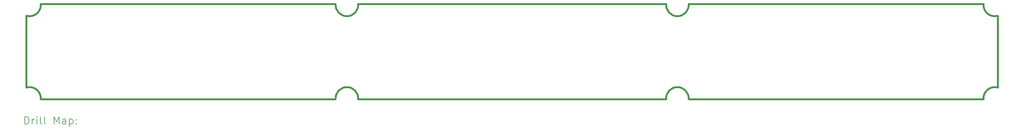
<source format=gbr>
%TF.GenerationSoftware,KiCad,Pcbnew,7.0.2-0*%
%TF.CreationDate,2023-05-18T01:16:30+02:00*%
%TF.ProjectId,LE,4c452e6b-6963-4616-945f-706362585858,rev?*%
%TF.SameCoordinates,PXfd9f08PY7735940*%
%TF.FileFunction,Drillmap*%
%TF.FilePolarity,Positive*%
%FSLAX45Y45*%
G04 Gerber Fmt 4.5, Leading zero omitted, Abs format (unit mm)*
G04 Created by KiCad (PCBNEW 7.0.2-0) date 2023-05-18 01:16:30*
%MOMM*%
%LPD*%
G01*
G04 APERTURE LIST*
%ADD10C,0.500000*%
%ADD11C,0.200000*%
G04 APERTURE END LIST*
D10*
X9100000Y2875000D02*
X17300000Y2875000D01*
X270000Y640432D02*
X270000Y2559568D01*
X26130000Y2559568D02*
X26130000Y640432D01*
X26129208Y640430D02*
G75*
G03*
X25750000Y325000I-79210J-290430D01*
G01*
X17300000Y325000D02*
X9100000Y325000D01*
X8500000Y2875000D02*
G75*
G03*
X9100000Y2875000I300000J-25000D01*
G01*
X25749998Y2875000D02*
G75*
G03*
X26129209Y2559568I300000J-25000D01*
G01*
X650000Y325000D02*
G75*
G03*
X270791Y640432I-300000J25000D01*
G01*
X17300000Y2875000D02*
G75*
G03*
X17900000Y2875000I300000J-25000D01*
G01*
X8500000Y325000D02*
X650000Y325000D01*
X17900000Y325000D02*
G75*
G03*
X17300000Y325000I-300000J25000D01*
G01*
X9100000Y325000D02*
G75*
G03*
X8500000Y325000I-300000J25000D01*
G01*
X270791Y2559568D02*
G75*
G03*
X650000Y2875000I79209J290432D01*
G01*
X25750000Y325000D02*
X17900000Y325000D01*
X17900000Y2875000D02*
X25750000Y2875000D01*
X650000Y2875000D02*
X8500000Y2875000D01*
D11*
X222619Y-337524D02*
X222619Y-137524D01*
X222619Y-137524D02*
X270238Y-137524D01*
X270238Y-137524D02*
X298810Y-147048D01*
X298810Y-147048D02*
X317857Y-166095D01*
X317857Y-166095D02*
X327381Y-185143D01*
X327381Y-185143D02*
X336905Y-223238D01*
X336905Y-223238D02*
X336905Y-251809D01*
X336905Y-251809D02*
X327381Y-289905D01*
X327381Y-289905D02*
X317857Y-308952D01*
X317857Y-308952D02*
X298810Y-328000D01*
X298810Y-328000D02*
X270238Y-337524D01*
X270238Y-337524D02*
X222619Y-337524D01*
X422619Y-337524D02*
X422619Y-204190D01*
X422619Y-242286D02*
X432143Y-223238D01*
X432143Y-223238D02*
X441667Y-213714D01*
X441667Y-213714D02*
X460714Y-204190D01*
X460714Y-204190D02*
X479762Y-204190D01*
X546429Y-337524D02*
X546429Y-204190D01*
X546429Y-137524D02*
X536905Y-147048D01*
X536905Y-147048D02*
X546429Y-156571D01*
X546429Y-156571D02*
X555952Y-147048D01*
X555952Y-147048D02*
X546429Y-137524D01*
X546429Y-137524D02*
X546429Y-156571D01*
X670238Y-337524D02*
X651190Y-328000D01*
X651190Y-328000D02*
X641667Y-308952D01*
X641667Y-308952D02*
X641667Y-137524D01*
X775000Y-337524D02*
X755952Y-328000D01*
X755952Y-328000D02*
X746428Y-308952D01*
X746428Y-308952D02*
X746428Y-137524D01*
X1003571Y-337524D02*
X1003571Y-137524D01*
X1003571Y-137524D02*
X1070238Y-280381D01*
X1070238Y-280381D02*
X1136905Y-137524D01*
X1136905Y-137524D02*
X1136905Y-337524D01*
X1317857Y-337524D02*
X1317857Y-232762D01*
X1317857Y-232762D02*
X1308333Y-213714D01*
X1308333Y-213714D02*
X1289286Y-204190D01*
X1289286Y-204190D02*
X1251190Y-204190D01*
X1251190Y-204190D02*
X1232143Y-213714D01*
X1317857Y-328000D02*
X1298810Y-337524D01*
X1298810Y-337524D02*
X1251190Y-337524D01*
X1251190Y-337524D02*
X1232143Y-328000D01*
X1232143Y-328000D02*
X1222619Y-308952D01*
X1222619Y-308952D02*
X1222619Y-289905D01*
X1222619Y-289905D02*
X1232143Y-270857D01*
X1232143Y-270857D02*
X1251190Y-261333D01*
X1251190Y-261333D02*
X1298810Y-261333D01*
X1298810Y-261333D02*
X1317857Y-251809D01*
X1413095Y-204190D02*
X1413095Y-404190D01*
X1413095Y-213714D02*
X1432143Y-204190D01*
X1432143Y-204190D02*
X1470238Y-204190D01*
X1470238Y-204190D02*
X1489286Y-213714D01*
X1489286Y-213714D02*
X1498809Y-223238D01*
X1498809Y-223238D02*
X1508333Y-242286D01*
X1508333Y-242286D02*
X1508333Y-299429D01*
X1508333Y-299429D02*
X1498809Y-318476D01*
X1498809Y-318476D02*
X1489286Y-328000D01*
X1489286Y-328000D02*
X1470238Y-337524D01*
X1470238Y-337524D02*
X1432143Y-337524D01*
X1432143Y-337524D02*
X1413095Y-328000D01*
X1594048Y-318476D02*
X1603571Y-328000D01*
X1603571Y-328000D02*
X1594048Y-337524D01*
X1594048Y-337524D02*
X1584524Y-328000D01*
X1584524Y-328000D02*
X1594048Y-318476D01*
X1594048Y-318476D02*
X1594048Y-337524D01*
X1594048Y-213714D02*
X1603571Y-223238D01*
X1603571Y-223238D02*
X1594048Y-232762D01*
X1594048Y-232762D02*
X1584524Y-223238D01*
X1584524Y-223238D02*
X1594048Y-213714D01*
X1594048Y-213714D02*
X1594048Y-232762D01*
M02*

</source>
